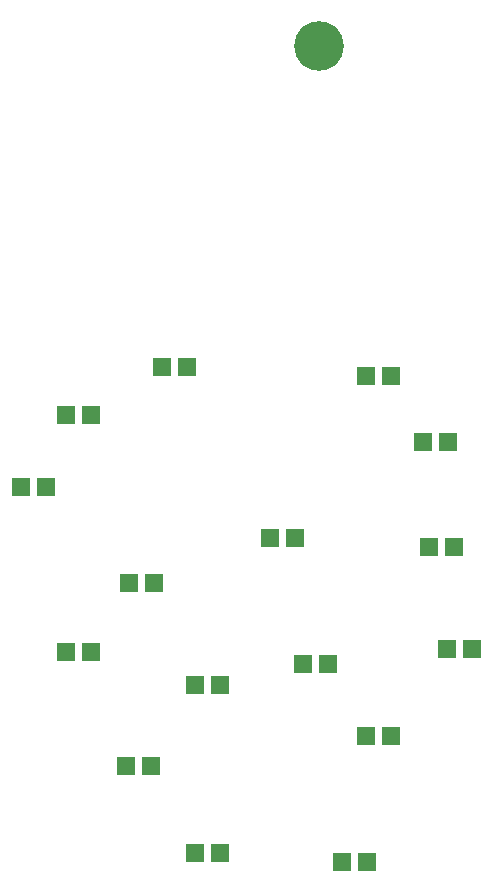
<source format=gbr>
G04 #@! TF.FileFunction,Soldermask,Bot*
%FSLAX46Y46*%
G04 Gerber Fmt 4.6, Leading zero omitted, Abs format (unit mm)*
G04 Created by KiCad (PCBNEW 4.0.4-snap1-stable) date Mon Feb 25 19:09:27 2019*
%MOMM*%
%LPD*%
G01*
G04 APERTURE LIST*
%ADD10C,0.100000*%
%ADD11R,1.598880X1.598880*%
%ADD12C,4.200000*%
G04 APERTURE END LIST*
D10*
D11*
X137193020Y-90678000D03*
X135094980Y-90678000D03*
X145321020Y-86614000D03*
X143222980Y-86614000D03*
X160494980Y-87376000D03*
X162593020Y-87376000D03*
X165320980Y-92964000D03*
X167419020Y-92964000D03*
X133383020Y-96774000D03*
X131284980Y-96774000D03*
X140428980Y-104902000D03*
X142527020Y-104902000D03*
X152366980Y-101092000D03*
X154465020Y-101092000D03*
X165828980Y-101854000D03*
X167927020Y-101854000D03*
X137193020Y-110744000D03*
X135094980Y-110744000D03*
X155160980Y-111760000D03*
X157259020Y-111760000D03*
X167352980Y-110490000D03*
X169451020Y-110490000D03*
X140174980Y-120396000D03*
X142273020Y-120396000D03*
X162593020Y-117856000D03*
X160494980Y-117856000D03*
X148115020Y-113538000D03*
X146016980Y-113538000D03*
X160561020Y-128524000D03*
X158462980Y-128524000D03*
X148115020Y-127762000D03*
X146016980Y-127762000D03*
D12*
X156464000Y-59436000D03*
M02*

</source>
